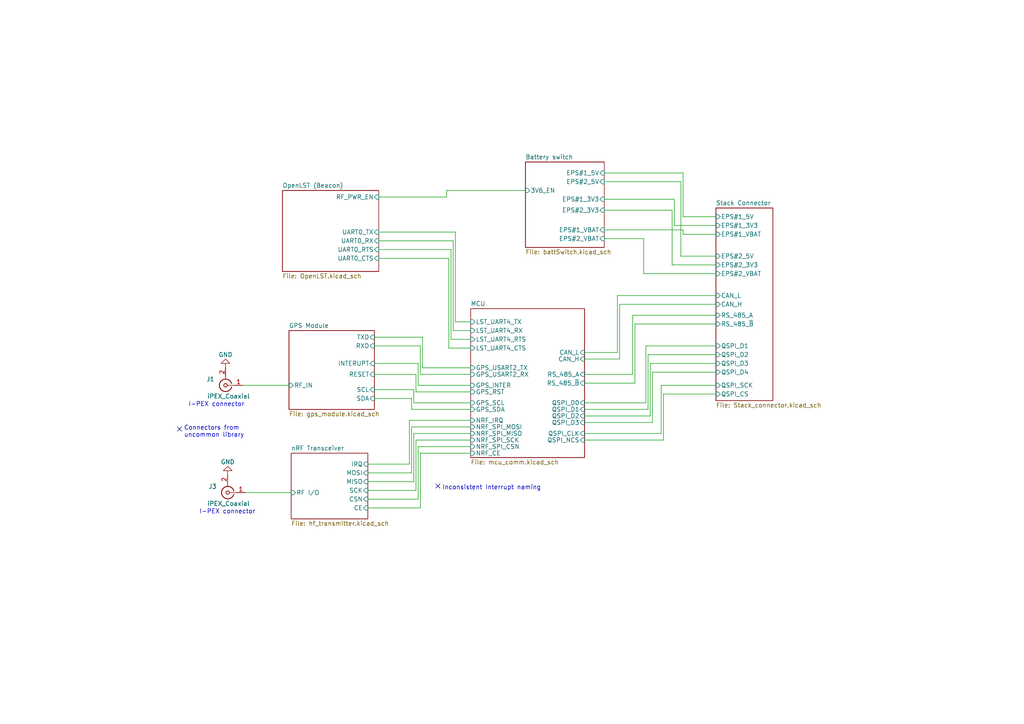
<source format=kicad_sch>
(kicad_sch (version 20210621) (generator eeschema)
  (paper "A4")
  (title_block (title "BUTCube - Communication Module") (date "2021-11-18") (rev "v0.2") (company "VUT - FIT(STRaDe) & FME(IAE & IPE)") (comment 1 "Author: Štěpán Rydlo"))
  (lib_symbols
    (symbol "Connector:Conn_Coaxial" (pin_names (offset 1.016) hide)
      (property "Reference" "J" (at 0.254 3.048 0))
      (property "Value" "Conn_Coaxial" (at 2.921 0 90))
      (symbol "Conn_Coaxial_0_1"
        (arc (start -1.778 0.508) (end 1.778 0) (radius (at -0.0508 0) (length 1.8034) (angles 163.6 0)) (stroke (width 0.254)))
        (arc (start 1.778 0) (end -1.778 -0.508) (radius (at -0.0254 0) (length 1.8034) (angles 0 -163.8)) (stroke (width 0.254)))
        (circle (center 0 0) (radius 0.508) (stroke (width 0.2032)))
        (polyline (pts (xy -2.54 0) (xy -0.508 0)))
        (polyline (pts (xy 0 -2.54) (xy 0 -1.778)))
      )
      (symbol "Conn_Coaxial_1_1"
        (pin passive line (at -5.08 0 0) (length 2.54) (name "In") (number "1"))
        (pin passive line (at 0 -5.08 90) (length 2.54) (name "Ext") (number "2"))
      )
    )
    (symbol "power:GND" (power) (pin_names (offset 0))
      (property "Value" "GND" (at 0 -3.81 0))
      (symbol "GND_0_1"
        (polyline (pts (xy 0 0) (xy 0 -1.27) (xy 1.27 -1.27) (xy 0 -2.54) (xy -1.27 -1.27) (xy 0 -1.27)))
      )
      (symbol "GND_1_1"
        (pin power_in line (at 0 0 270) (length 0) hide (name "GND") (number "1"))
      )
    )
  )
  (no_connect (at 52.07 124.46))
  (no_connect (at 127 140.97))
  (wire (pts (xy 70.485 111.76) (xy 83.82 111.76)))
  (wire (pts (xy 71.12 142.875) (xy 84.455 142.875)))
  (wire (pts (xy 108.585 100.33) (xy 121.92 100.33)))
  (wire (pts (xy 108.585 108.585) (xy 120.65 108.585)))
  (wire (pts (xy 108.585 115.57) (xy 119.38 115.57)))
  (wire (pts (xy 109.855 57.15) (xy 129.54 57.15)))
  (wire (pts (xy 109.855 69.85) (xy 131.445 69.85)))
  (wire (pts (xy 109.855 74.93) (xy 130.175 74.93)))
  (wire (pts (xy 118.745 121.92) (xy 118.745 134.62)))
  (wire (pts (xy 118.745 134.62) (xy 106.68 134.62)))
  (wire (pts (xy 119.38 115.57) (xy 119.38 118.745)))
  (wire (pts (xy 119.38 118.745) (xy 136.525 118.745)))
  (wire (pts (xy 119.38 123.825) (xy 119.38 137.16)))
  (wire (pts (xy 119.38 137.16) (xy 106.68 137.16)))
  (wire (pts (xy 120.015 113.03) (xy 108.585 113.03)))
  (wire (pts (xy 120.015 116.84) (xy 120.015 113.03)))
  (wire (pts (xy 120.015 125.73) (xy 120.015 139.7)))
  (wire (pts (xy 120.015 139.7) (xy 106.68 139.7)))
  (wire (pts (xy 120.65 108.585) (xy 120.65 113.665)))
  (wire (pts (xy 120.65 113.665) (xy 136.525 113.665)))
  (wire (pts (xy 120.65 127.635) (xy 120.65 142.24)))
  (wire (pts (xy 120.65 142.24) (xy 106.68 142.24)))
  (wire (pts (xy 121.285 105.41) (xy 108.585 105.41)))
  (wire (pts (xy 121.285 111.76) (xy 121.285 105.41)))
  (wire (pts (xy 121.285 129.54) (xy 121.285 144.78)))
  (wire (pts (xy 121.285 144.78) (xy 106.68 144.78)))
  (wire (pts (xy 121.92 100.33) (xy 121.92 108.585)))
  (wire (pts (xy 121.92 108.585) (xy 136.525 108.585)))
  (wire (pts (xy 121.92 131.445) (xy 121.92 147.32)))
  (wire (pts (xy 121.92 147.32) (xy 106.68 147.32)))
  (wire (pts (xy 122.555 97.79) (xy 108.585 97.79)))
  (wire (pts (xy 122.555 106.68) (xy 122.555 97.79)))
  (wire (pts (xy 129.54 55.245) (xy 152.4 55.245)))
  (wire (pts (xy 129.54 57.15) (xy 129.54 55.245)))
  (wire (pts (xy 130.175 74.93) (xy 130.175 100.965)))
  (wire (pts (xy 130.175 100.965) (xy 136.525 100.965)))
  (wire (pts (xy 130.81 72.39) (xy 109.855 72.39)))
  (wire (pts (xy 130.81 98.425) (xy 130.81 72.39)))
  (wire (pts (xy 131.445 69.85) (xy 131.445 95.885)))
  (wire (pts (xy 131.445 95.885) (xy 136.525 95.885)))
  (wire (pts (xy 132.08 67.31) (xy 109.855 67.31)))
  (wire (pts (xy 132.08 93.345) (xy 132.08 67.31)))
  (wire (pts (xy 136.525 93.345) (xy 132.08 93.345)))
  (wire (pts (xy 136.525 98.425) (xy 130.81 98.425)))
  (wire (pts (xy 136.525 106.68) (xy 122.555 106.68)))
  (wire (pts (xy 136.525 111.76) (xy 121.285 111.76)))
  (wire (pts (xy 136.525 116.84) (xy 120.015 116.84)))
  (wire (pts (xy 136.525 121.92) (xy 118.745 121.92)))
  (wire (pts (xy 136.525 123.825) (xy 119.38 123.825)))
  (wire (pts (xy 136.525 125.73) (xy 120.015 125.73)))
  (wire (pts (xy 136.525 127.635) (xy 120.65 127.635)))
  (wire (pts (xy 136.525 129.54) (xy 121.285 129.54)))
  (wire (pts (xy 136.525 131.445) (xy 121.92 131.445)))
  (wire (pts (xy 169.545 102.235) (xy 179.07 102.235)))
  (wire (pts (xy 169.545 104.14) (xy 179.705 104.14)))
  (wire (pts (xy 169.545 108.585) (xy 183.515 108.585)))
  (wire (pts (xy 169.545 111.125) (xy 184.15 111.125)))
  (wire (pts (xy 169.545 116.84) (xy 187.325 116.84)))
  (wire (pts (xy 169.545 120.65) (xy 188.595 120.65)))
  (wire (pts (xy 169.545 125.73) (xy 191.77 125.73)))
  (wire (pts (xy 175.26 66.675) (xy 198.12 66.675)))
  (wire (pts (xy 179.07 85.725) (xy 207.645 85.725)))
  (wire (pts (xy 179.07 102.235) (xy 179.07 85.725)))
  (wire (pts (xy 179.705 88.265) (xy 207.645 88.265)))
  (wire (pts (xy 179.705 104.14) (xy 179.705 88.265)))
  (wire (pts (xy 183.515 91.44) (xy 207.645 91.44)))
  (wire (pts (xy 183.515 108.585) (xy 183.515 91.44)))
  (wire (pts (xy 184.15 93.98) (xy 207.645 93.98)))
  (wire (pts (xy 184.15 111.125) (xy 184.15 93.98)))
  (wire (pts (xy 186.69 69.215) (xy 175.26 69.215)))
  (wire (pts (xy 186.69 79.375) (xy 186.69 69.215)))
  (wire (pts (xy 187.325 100.33) (xy 207.645 100.33)))
  (wire (pts (xy 187.325 116.84) (xy 187.325 100.33)))
  (wire (pts (xy 187.96 102.87) (xy 187.96 118.745)))
  (wire (pts (xy 187.96 118.745) (xy 169.545 118.745)))
  (wire (pts (xy 188.595 105.41) (xy 207.645 105.41)))
  (wire (pts (xy 188.595 120.65) (xy 188.595 105.41)))
  (wire (pts (xy 189.23 107.95) (xy 189.23 122.555)))
  (wire (pts (xy 189.23 122.555) (xy 169.545 122.555)))
  (wire (pts (xy 191.77 111.76) (xy 207.645 111.76)))
  (wire (pts (xy 191.77 125.73) (xy 191.77 111.76)))
  (wire (pts (xy 192.405 114.3) (xy 192.405 127.635)))
  (wire (pts (xy 192.405 127.635) (xy 169.545 127.635)))
  (wire (pts (xy 194.945 60.96) (xy 175.26 60.96)))
  (wire (pts (xy 194.945 76.835) (xy 194.945 60.96)))
  (wire (pts (xy 195.58 57.785) (xy 175.26 57.785)))
  (wire (pts (xy 195.58 65.405) (xy 195.58 57.785)))
  (wire (pts (xy 197.485 52.705) (xy 175.26 52.705)))
  (wire (pts (xy 197.485 74.295) (xy 197.485 52.705)))
  (wire (pts (xy 197.485 74.295) (xy 207.645 74.295)))
  (wire (pts (xy 198.12 50.165) (xy 175.26 50.165)))
  (wire (pts (xy 198.12 62.865) (xy 198.12 50.165)))
  (wire (pts (xy 198.12 62.865) (xy 207.645 62.865)))
  (wire (pts (xy 198.12 66.675) (xy 198.12 67.945)))
  (wire (pts (xy 198.12 67.945) (xy 207.645 67.945)))
  (wire (pts (xy 207.645 65.405) (xy 195.58 65.405)))
  (wire (pts (xy 207.645 76.835) (xy 194.945 76.835)))
  (wire (pts (xy 207.645 79.375) (xy 186.69 79.375)))
  (wire (pts (xy 207.645 102.87) (xy 187.96 102.87)))
  (wire (pts (xy 207.645 107.95) (xy 189.23 107.95)))
  (wire (pts (xy 207.645 114.3) (xy 192.405 114.3)))
  (text "Connectors from\nuncommon library" (at 53.34 127 0) (effects (font (size 1.27 1.27)) (justify left bottom)))
  (text "I-PEX connector\n" (at 54.61 118.11 0) (effects (font (size 1.27 1.27)) (justify left bottom)))
  (text "I-PEX connector\n" (at 57.785 149.225 0) (effects (font (size 1.27 1.27)) (justify left bottom)))
  (text "Inconsistent Interrupt naming" (at 128.27 142.24 0) (effects (font (size 1.27 1.27)) (justify left bottom)))
  (symbol (lib_id "power:GND") (at 65.405 106.68 180) (unit 1)
    (property "Reference" "#PWR0104" (effects hide))
    (property "Value" "GND" (at 65.405 102.87 0))
  )
  (symbol (lib_id "power:GND") (at 66.04 137.795 180) (unit 1)
    (property "Reference" "#PWR0105" (effects hide))
    (property "Value" "~" (at 66.04 133.985 0))
  )
  (symbol (lib_id "Connector:Conn_Coaxial") (at 65.405 111.76 180) (unit 1)
    (property "Reference" "J1" (at 62.23 109.9946 0) (effects (justify left)))
    (property "Value" "iPEX_Coaxial" (at 66.294 114.935 0))
    (property "Datasheet" " ~" (effects hide))
  )
  (symbol (lib_id "Connector:Conn_Coaxial") (at 66.04 142.875 180) (unit 1)
    (property "Reference" "J3" (at 62.865 141.1096 0) (effects (justify left)))
    (property "Value" "iPEX_Coaxial" (at 66.294 146.05 0))
    (property "Datasheet" " ~" (effects hide))
  )
  (sheet (at 152.4 46.99) (size 22.86 24.765) (stroke (width 0.1524))
    (property "Název listu" "Battery switch" (at 152.4 46.2784 0) (effects (justify left bottom)))
    (property "Soubor listu" "battSwitch.kicad_sch" (at 152.4 72.3396 0) (effects (justify left top)))
    (pin "EPS#1_3V3" input (at 175.26 57.785 0))
    (pin "EPS#2_3V3" input (at 175.26 60.96 0))
    (pin "EPS#2_5V" input (at 175.26 52.705 0))
    (pin "EPS#1_5V" input (at 175.26 50.165 0))
    (pin "EPS#2_VBAT" input (at 175.26 69.215 0))
    (pin "EPS#1_VBAT" input (at 175.26 66.675 0))
    (pin "3V6_EN" input (at 152.4 55.245 180))
  )
  (sheet (at 83.82 95.885) (size 24.765 22.86) (stroke (width 0.1524))
    (property "Název listu" "GPS Module" (at 83.82 95.1734 0) (effects (justify left bottom)))
    (property "Soubor listu" "gps_module.kicad_sch" (at 83.82 119.3296 0) (effects (justify left top)))
    (pin "INTERUPT" input (at 108.585 105.41 0))
    (pin "RESET" input (at 108.585 108.585 0))
    (pin "SCL" input (at 108.585 113.03 0))
    (pin "SDA" input (at 108.585 115.57 0))
    (pin "RXD" input (at 108.585 100.33 0))
    (pin "TXD" input (at 108.585 97.79 0))
    (pin "RF_IN" input (at 83.82 111.76 180))
  )
  (sheet (at 136.525 89.535) (size 33.02 43.18) (stroke (width 0.1524))
    (property "Název listu" "MCU" (at 136.525 88.8234 0) (effects (justify left bottom)))
    (property "Soubor listu" "mcu_comm.kicad_sch" (at 136.525 133.2996 0) (effects (justify left top)))
    (pin "RS_485_A" input (at 169.545 108.585 0))
    (pin "RS_485_~{B}" input (at 169.545 111.125 0))
    (pin "CAN_L" input (at 169.545 102.235 0))
    (pin "CAN_H" input (at 169.545 104.14 0))
    (pin "QSPI_CLK" input (at 169.545 125.73 0))
    (pin "QSPI_NCS" input (at 169.545 127.635 0))
    (pin "QSPI_D1" input (at 169.545 118.745 0))
    (pin "QSPI_D0" input (at 169.545 116.84 0))
    (pin "QSPI_D3" input (at 169.545 122.555 0))
    (pin "QSPI_D2" input (at 169.545 120.65 0))
    (pin "NRF_SPI_SCK" input (at 136.525 127.635 180))
    (pin "GPS_RST" input (at 136.525 113.665 180))
    (pin "GPS_INTER" input (at 136.525 111.76 180))
    (pin "NRF_SPI_CSN" input (at 136.525 129.54 180))
    (pin "NRF_SPI_MISO" input (at 136.525 125.73 180))
    (pin "NRF_SPI_MOSI" input (at 136.525 123.825 180))
    (pin "GPS_SCL" input (at 136.525 116.84 180))
    (pin "GPS_SDA" input (at 136.525 118.745 180))
    (pin "LST_UART4_RTS" input (at 136.525 98.425 180))
    (pin "LST_UART4_RX" input (at 136.525 95.885 180))
    (pin "GPS_USART2_TX" input (at 136.525 106.68 180))
    (pin "GPS_USART2_RX" input (at 136.525 108.585 180))
    (pin "LST_UART4_TX" input (at 136.525 93.345 180))
    (pin "LST_UART4_CTS" input (at 136.525 100.965 180))
    (pin "NRF_CE" input (at 136.525 131.445 180))
    (pin "NRF_IRQ" input (at 136.525 121.92 180))
  )
  (sheet (at 81.915 55.245) (size 27.94 23.495) (stroke (width 0.1524))
    (property "Název listu" "OpenLST (Beacon)" (at 81.915 54.5334 0) (effects (justify left bottom)))
    (property "Soubor listu" "OpenLST.kicad_sch" (at 81.915 79.3246 0) (effects (justify left top)))
    (pin "UART0_CTS" input (at 109.855 74.93 0))
    (pin "UART0_RTS" input (at 109.855 72.39 0))
    (pin "UART0_RX" input (at 109.855 69.85 0))
    (pin "UART0_TX" input (at 109.855 67.31 0))
    (pin "RF_PWR_EN" input (at 109.855 57.15 0))
  )
  (sheet (at 207.645 60.325) (size 16.51 55.88) (stroke (width 0.1524))
    (property "Název listu" "Stack Connector" (at 207.645 59.6134 0) (effects (justify left bottom)))
    (property "Soubor listu" "Stack_connector.kicad_sch" (at 207.645 116.7896 0) (effects (justify left top)))
    (pin "CAN_H" input (at 207.645 88.265 180))
    (pin "RS_485_A" input (at 207.645 91.44 180))
    (pin "EPS#1_5V" input (at 207.645 62.865 180))
    (pin "EPS#1_3V3" input (at 207.645 65.405 180))
    (pin "CAN_L" input (at 207.645 85.725 180))
    (pin "RS_485_~{B}" input (at 207.645 93.98 180))
    (pin "QSPI_D1" input (at 207.645 100.33 180))
    (pin "QSPI_SCK" input (at 207.645 111.76 180))
    (pin "EPS#2_3V3" input (at 207.645 76.835 180))
    (pin "EPS#2_5V" input (at 207.645 74.295 180))
    (pin "QSPI_CS" input (at 207.645 114.3 180))
    (pin "QSPI_D2" input (at 207.645 102.87 180))
    (pin "QSPI_D3" input (at 207.645 105.41 180))
    (pin "QSPI_D4" input (at 207.645 107.95 180))
    (pin "EPS#1_VBAT" input (at 207.645 67.945 180))
    (pin "EPS#2_VBAT" input (at 207.645 79.375 180))
  )
  (sheet (at 84.455 131.445) (size 22.225 19.05) (stroke (width 0.1524))
    (property "Název listu" "nRF Transceiver" (at 84.455 130.7334 0) (effects (justify left bottom)))
    (property "Soubor listu" "hf_transmitter.kicad_sch" (at 84.455 151.0796 0) (effects (justify left top)))
    (pin "RF I{slash}O" input (at 84.455 142.875 180))
    (pin "MOSI" input (at 106.68 137.16 0))
    (pin "MISO" input (at 106.68 139.7 0))
    (pin "SCK" input (at 106.68 142.24 0))
    (pin "CE" input (at 106.68 147.32 0))
    (pin "IRQ" input (at 106.68 134.62 0))
    (pin "CSN" input (at 106.68 144.78 0))
  )
)
</source>
